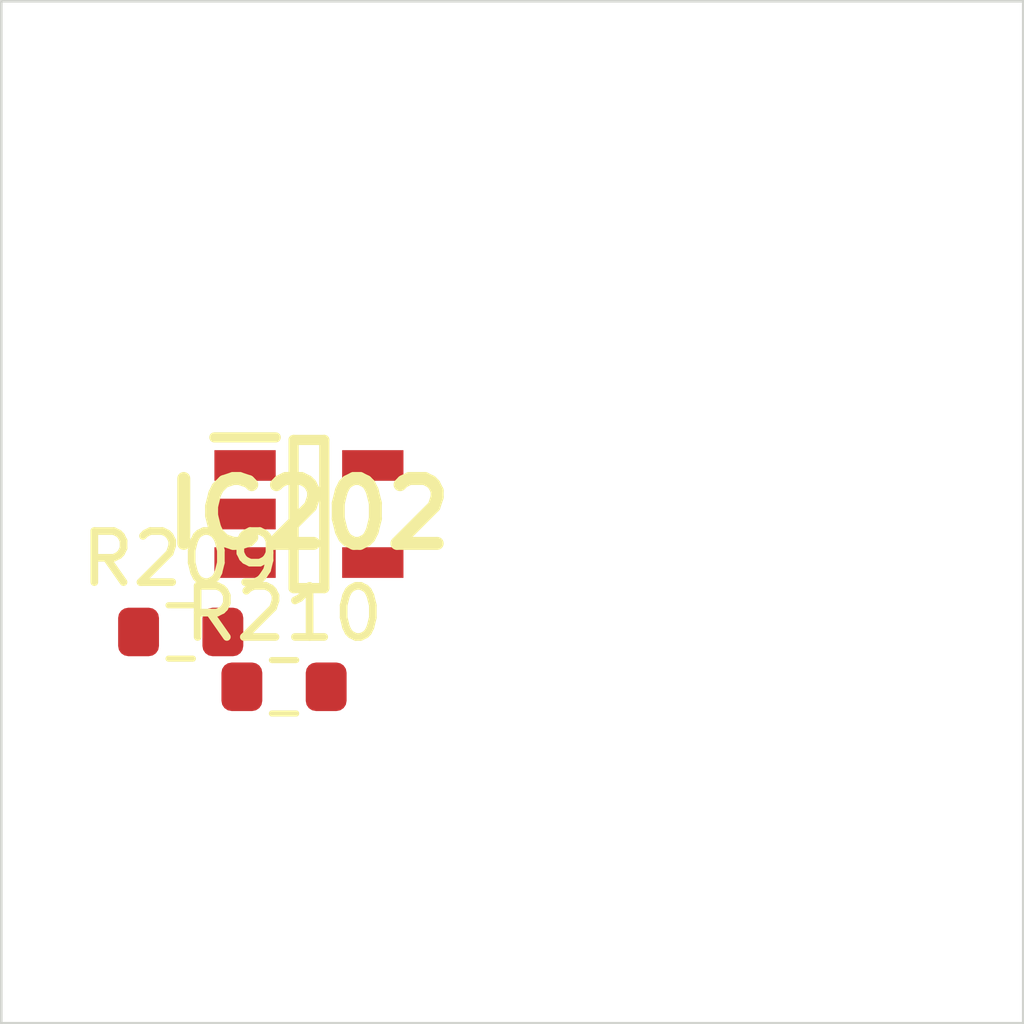
<source format=kicad_pcb>
 ( kicad_pcb  ( version 20171130 )
 ( host pcbnew 5.1.12-84ad8e8a86~92~ubuntu18.04.1 )
 ( general  ( thickness 1.6 )
 ( drawings 4 )
 ( tracks 0 )
 ( zones 0 )
 ( modules 3 )
 ( nets 5 )
)
 ( page A4 )
 ( layers  ( 0 F.Cu signal )
 ( 31 B.Cu signal )
 ( 32 B.Adhes user )
 ( 33 F.Adhes user )
 ( 34 B.Paste user )
 ( 35 F.Paste user )
 ( 36 B.SilkS user )
 ( 37 F.SilkS user )
 ( 38 B.Mask user )
 ( 39 F.Mask user )
 ( 40 Dwgs.User user )
 ( 41 Cmts.User user )
 ( 42 Eco1.User user )
 ( 43 Eco2.User user )
 ( 44 Edge.Cuts user )
 ( 45 Margin user )
 ( 46 B.CrtYd user )
 ( 47 F.CrtYd user )
 ( 48 B.Fab user )
 ( 49 F.Fab user )
)
 ( setup  ( last_trace_width 0.25 )
 ( trace_clearance 0.2 )
 ( zone_clearance 0.508 )
 ( zone_45_only no )
 ( trace_min 0.2 )
 ( via_size 0.8 )
 ( via_drill 0.4 )
 ( via_min_size 0.4 )
 ( via_min_drill 0.3 )
 ( uvia_size 0.3 )
 ( uvia_drill 0.1 )
 ( uvias_allowed no )
 ( uvia_min_size 0.2 )
 ( uvia_min_drill 0.1 )
 ( edge_width 0.05 )
 ( segment_width 0.2 )
 ( pcb_text_width 0.3 )
 ( pcb_text_size 1.5 1.5 )
 ( mod_edge_width 0.12 )
 ( mod_text_size 1 1 )
 ( mod_text_width 0.15 )
 ( pad_size 1.524 1.524 )
 ( pad_drill 0.762 )
 ( pad_to_mask_clearance 0 )
 ( aux_axis_origin 0 0 )
 ( visible_elements FFFFFF7F )
 ( pcbplotparams  ( layerselection 0x010fc_ffffffff )
 ( usegerberextensions false )
 ( usegerberattributes true )
 ( usegerberadvancedattributes true )
 ( creategerberjobfile true )
 ( excludeedgelayer true )
 ( linewidth 0.100000 )
 ( plotframeref false )
 ( viasonmask false )
 ( mode 1 )
 ( useauxorigin false )
 ( hpglpennumber 1 )
 ( hpglpenspeed 20 )
 ( hpglpendiameter 15.000000 )
 ( psnegative false )
 ( psa4output false )
 ( plotreference true )
 ( plotvalue true )
 ( plotinvisibletext false )
 ( padsonsilk false )
 ( subtractmaskfromsilk false )
 ( outputformat 1 )
 ( mirror false )
 ( drillshape 1 )
 ( scaleselection 1 )
 ( outputdirectory "" )
)
)
 ( net 0 "" )
 ( net 1 GND )
 ( net 2 VDDA )
 ( net 3 /Sheet6235D886/vp )
 ( net 4 "Net-(IC202-Pad3)" )
 ( net_class Default "This is the default net class."  ( clearance 0.2 )
 ( trace_width 0.25 )
 ( via_dia 0.8 )
 ( via_drill 0.4 )
 ( uvia_dia 0.3 )
 ( uvia_drill 0.1 )
 ( add_net /Sheet6235D886/vp )
 ( add_net GND )
 ( add_net "Net-(IC202-Pad3)" )
 ( add_net VDDA )
)
 ( module SOT95P280X145-5N locked  ( layer F.Cu )
 ( tedit 62336ED7 )
 ( tstamp 623423ED )
 ( at 86.020900 110.035000 )
 ( descr DBV0005A )
 ( tags "Integrated Circuit" )
 ( path /6235D887/6266C08E )
 ( attr smd )
 ( fp_text reference IC202  ( at 0 0 )
 ( layer F.SilkS )
 ( effects  ( font  ( size 1.27 1.27 )
 ( thickness 0.254 )
)
)
)
 ( fp_text value TL071HIDBVR  ( at 0 0 )
 ( layer F.SilkS )
hide  ( effects  ( font  ( size 1.27 1.27 )
 ( thickness 0.254 )
)
)
)
 ( fp_line  ( start -1.85 -1.5 )
 ( end -0.65 -1.5 )
 ( layer F.SilkS )
 ( width 0.2 )
)
 ( fp_line  ( start -0.3 1.45 )
 ( end -0.3 -1.45 )
 ( layer F.SilkS )
 ( width 0.2 )
)
 ( fp_line  ( start 0.3 1.45 )
 ( end -0.3 1.45 )
 ( layer F.SilkS )
 ( width 0.2 )
)
 ( fp_line  ( start 0.3 -1.45 )
 ( end 0.3 1.45 )
 ( layer F.SilkS )
 ( width 0.2 )
)
 ( fp_line  ( start -0.3 -1.45 )
 ( end 0.3 -1.45 )
 ( layer F.SilkS )
 ( width 0.2 )
)
 ( fp_line  ( start -0.8 -0.5 )
 ( end 0.15 -1.45 )
 ( layer Dwgs.User )
 ( width 0.1 )
)
 ( fp_line  ( start -0.8 1.45 )
 ( end -0.8 -1.45 )
 ( layer Dwgs.User )
 ( width 0.1 )
)
 ( fp_line  ( start 0.8 1.45 )
 ( end -0.8 1.45 )
 ( layer Dwgs.User )
 ( width 0.1 )
)
 ( fp_line  ( start 0.8 -1.45 )
 ( end 0.8 1.45 )
 ( layer Dwgs.User )
 ( width 0.1 )
)
 ( fp_line  ( start -0.8 -1.45 )
 ( end 0.8 -1.45 )
 ( layer Dwgs.User )
 ( width 0.1 )
)
 ( fp_line  ( start -2.1 1.775 )
 ( end -2.1 -1.775 )
 ( layer Dwgs.User )
 ( width 0.05 )
)
 ( fp_line  ( start 2.1 1.775 )
 ( end -2.1 1.775 )
 ( layer Dwgs.User )
 ( width 0.05 )
)
 ( fp_line  ( start 2.1 -1.775 )
 ( end 2.1 1.775 )
 ( layer Dwgs.User )
 ( width 0.05 )
)
 ( fp_line  ( start -2.1 -1.775 )
 ( end 2.1 -1.775 )
 ( layer Dwgs.User )
 ( width 0.05 )
)
 ( pad 1 smd rect  ( at -1.25 -0.95 90.000000 )
 ( size 0.6 1.2 )
 ( layers F.Cu F.Mask F.Paste )
 ( net 3 /Sheet6235D886/vp )
)
 ( pad 2 smd rect  ( at -1.25 0 90.000000 )
 ( size 0.6 1.2 )
 ( layers F.Cu F.Mask F.Paste )
 ( net 1 GND )
)
 ( pad 3 smd rect  ( at -1.25 0.95 90.000000 )
 ( size 0.6 1.2 )
 ( layers F.Cu F.Mask F.Paste )
 ( net 4 "Net-(IC202-Pad3)" )
)
 ( pad 4 smd rect  ( at 1.25 0.95 90.000000 )
 ( size 0.6 1.2 )
 ( layers F.Cu F.Mask F.Paste )
 ( net 3 /Sheet6235D886/vp )
)
 ( pad 5 smd rect  ( at 1.25 -0.95 90.000000 )
 ( size 0.6 1.2 )
 ( layers F.Cu F.Mask F.Paste )
 ( net 2 VDDA )
)
)
 ( module Resistor_SMD:R_0603_1608Metric  ( layer F.Cu )
 ( tedit 5F68FEEE )
 ( tstamp 62342595 )
 ( at 83.511700 112.343000 )
 ( descr "Resistor SMD 0603 (1608 Metric), square (rectangular) end terminal, IPC_7351 nominal, (Body size source: IPC-SM-782 page 72, https://www.pcb-3d.com/wordpress/wp-content/uploads/ipc-sm-782a_amendment_1_and_2.pdf), generated with kicad-footprint-generator" )
 ( tags resistor )
 ( path /6235D887/623CDBD9 )
 ( attr smd )
 ( fp_text reference R209  ( at 0 -1.43 )
 ( layer F.SilkS )
 ( effects  ( font  ( size 1 1 )
 ( thickness 0.15 )
)
)
)
 ( fp_text value 100k  ( at 0 1.43 )
 ( layer F.Fab )
 ( effects  ( font  ( size 1 1 )
 ( thickness 0.15 )
)
)
)
 ( fp_line  ( start -0.8 0.4125 )
 ( end -0.8 -0.4125 )
 ( layer F.Fab )
 ( width 0.1 )
)
 ( fp_line  ( start -0.8 -0.4125 )
 ( end 0.8 -0.4125 )
 ( layer F.Fab )
 ( width 0.1 )
)
 ( fp_line  ( start 0.8 -0.4125 )
 ( end 0.8 0.4125 )
 ( layer F.Fab )
 ( width 0.1 )
)
 ( fp_line  ( start 0.8 0.4125 )
 ( end -0.8 0.4125 )
 ( layer F.Fab )
 ( width 0.1 )
)
 ( fp_line  ( start -0.237258 -0.5225 )
 ( end 0.237258 -0.5225 )
 ( layer F.SilkS )
 ( width 0.12 )
)
 ( fp_line  ( start -0.237258 0.5225 )
 ( end 0.237258 0.5225 )
 ( layer F.SilkS )
 ( width 0.12 )
)
 ( fp_line  ( start -1.48 0.73 )
 ( end -1.48 -0.73 )
 ( layer F.CrtYd )
 ( width 0.05 )
)
 ( fp_line  ( start -1.48 -0.73 )
 ( end 1.48 -0.73 )
 ( layer F.CrtYd )
 ( width 0.05 )
)
 ( fp_line  ( start 1.48 -0.73 )
 ( end 1.48 0.73 )
 ( layer F.CrtYd )
 ( width 0.05 )
)
 ( fp_line  ( start 1.48 0.73 )
 ( end -1.48 0.73 )
 ( layer F.CrtYd )
 ( width 0.05 )
)
 ( fp_text user %R  ( at 0 0 )
 ( layer F.Fab )
 ( effects  ( font  ( size 0.4 0.4 )
 ( thickness 0.06 )
)
)
)
 ( pad 1 smd roundrect  ( at -0.825 0 )
 ( size 0.8 0.95 )
 ( layers F.Cu F.Mask F.Paste )
 ( roundrect_rratio 0.25 )
 ( net 2 VDDA )
)
 ( pad 2 smd roundrect  ( at 0.825 0 )
 ( size 0.8 0.95 )
 ( layers F.Cu F.Mask F.Paste )
 ( roundrect_rratio 0.25 )
 ( net 4 "Net-(IC202-Pad3)" )
)
 ( model ${KISYS3DMOD}/Resistor_SMD.3dshapes/R_0603_1608Metric.wrl  ( at  ( xyz 0 0 0 )
)
 ( scale  ( xyz 1 1 1 )
)
 ( rotate  ( xyz 0 0 0 )
)
)
)
 ( module Resistor_SMD:R_0603_1608Metric  ( layer F.Cu )
 ( tedit 5F68FEEE )
 ( tstamp 623425A6 )
 ( at 85.533600 113.416000 )
 ( descr "Resistor SMD 0603 (1608 Metric), square (rectangular) end terminal, IPC_7351 nominal, (Body size source: IPC-SM-782 page 72, https://www.pcb-3d.com/wordpress/wp-content/uploads/ipc-sm-782a_amendment_1_and_2.pdf), generated with kicad-footprint-generator" )
 ( tags resistor )
 ( path /6235D887/623CDBDF )
 ( attr smd )
 ( fp_text reference R210  ( at 0 -1.43 )
 ( layer F.SilkS )
 ( effects  ( font  ( size 1 1 )
 ( thickness 0.15 )
)
)
)
 ( fp_text value 100k  ( at 0 1.43 )
 ( layer F.Fab )
 ( effects  ( font  ( size 1 1 )
 ( thickness 0.15 )
)
)
)
 ( fp_line  ( start 1.48 0.73 )
 ( end -1.48 0.73 )
 ( layer F.CrtYd )
 ( width 0.05 )
)
 ( fp_line  ( start 1.48 -0.73 )
 ( end 1.48 0.73 )
 ( layer F.CrtYd )
 ( width 0.05 )
)
 ( fp_line  ( start -1.48 -0.73 )
 ( end 1.48 -0.73 )
 ( layer F.CrtYd )
 ( width 0.05 )
)
 ( fp_line  ( start -1.48 0.73 )
 ( end -1.48 -0.73 )
 ( layer F.CrtYd )
 ( width 0.05 )
)
 ( fp_line  ( start -0.237258 0.5225 )
 ( end 0.237258 0.5225 )
 ( layer F.SilkS )
 ( width 0.12 )
)
 ( fp_line  ( start -0.237258 -0.5225 )
 ( end 0.237258 -0.5225 )
 ( layer F.SilkS )
 ( width 0.12 )
)
 ( fp_line  ( start 0.8 0.4125 )
 ( end -0.8 0.4125 )
 ( layer F.Fab )
 ( width 0.1 )
)
 ( fp_line  ( start 0.8 -0.4125 )
 ( end 0.8 0.4125 )
 ( layer F.Fab )
 ( width 0.1 )
)
 ( fp_line  ( start -0.8 -0.4125 )
 ( end 0.8 -0.4125 )
 ( layer F.Fab )
 ( width 0.1 )
)
 ( fp_line  ( start -0.8 0.4125 )
 ( end -0.8 -0.4125 )
 ( layer F.Fab )
 ( width 0.1 )
)
 ( fp_text user %R  ( at 0 0 )
 ( layer F.Fab )
 ( effects  ( font  ( size 0.4 0.4 )
 ( thickness 0.06 )
)
)
)
 ( pad 2 smd roundrect  ( at 0.825 0 )
 ( size 0.8 0.95 )
 ( layers F.Cu F.Mask F.Paste )
 ( roundrect_rratio 0.25 )
 ( net 1 GND )
)
 ( pad 1 smd roundrect  ( at -0.825 0 )
 ( size 0.8 0.95 )
 ( layers F.Cu F.Mask F.Paste )
 ( roundrect_rratio 0.25 )
 ( net 4 "Net-(IC202-Pad3)" )
)
 ( model ${KISYS3DMOD}/Resistor_SMD.3dshapes/R_0603_1608Metric.wrl  ( at  ( xyz 0 0 0 )
)
 ( scale  ( xyz 1 1 1 )
)
 ( rotate  ( xyz 0 0 0 )
)
)
)
 ( gr_line  ( start 100 100 )
 ( end 100 120 )
 ( layer Edge.Cuts )
 ( width 0.05 )
 ( tstamp 62E770C4 )
)
 ( gr_line  ( start 80 120 )
 ( end 100 120 )
 ( layer Edge.Cuts )
 ( width 0.05 )
 ( tstamp 62E770C0 )
)
 ( gr_line  ( start 80 100 )
 ( end 100 100 )
 ( layer Edge.Cuts )
 ( width 0.05 )
 ( tstamp 6234110C )
)
 ( gr_line  ( start 80 100 )
 ( end 80 120 )
 ( layer Edge.Cuts )
 ( width 0.05 )
)
)

</source>
